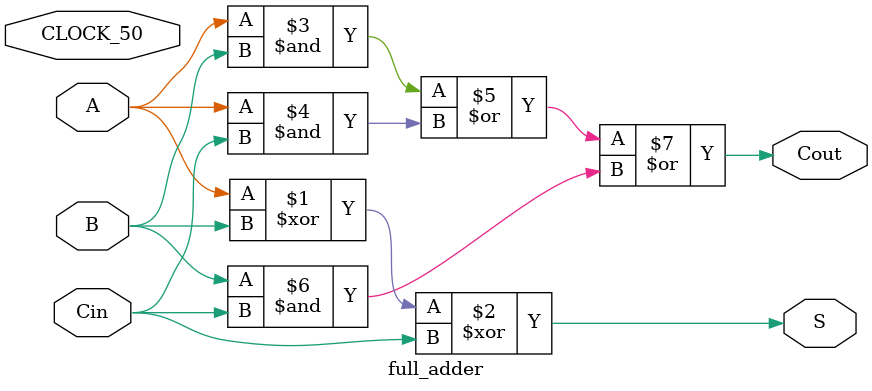
<source format=v>
module full_adder (
	input wire CLOCK_50,
	input wire A,
	input wire B,
	input wire Cin,
	output wire Cout,
	output wire S

);


		assign S = (A ^ B) ^ Cin; //Soma
		assign Cout = (A & B) | (A & Cin) | (B & Cin); //Carry
		
endmodule 
</source>
